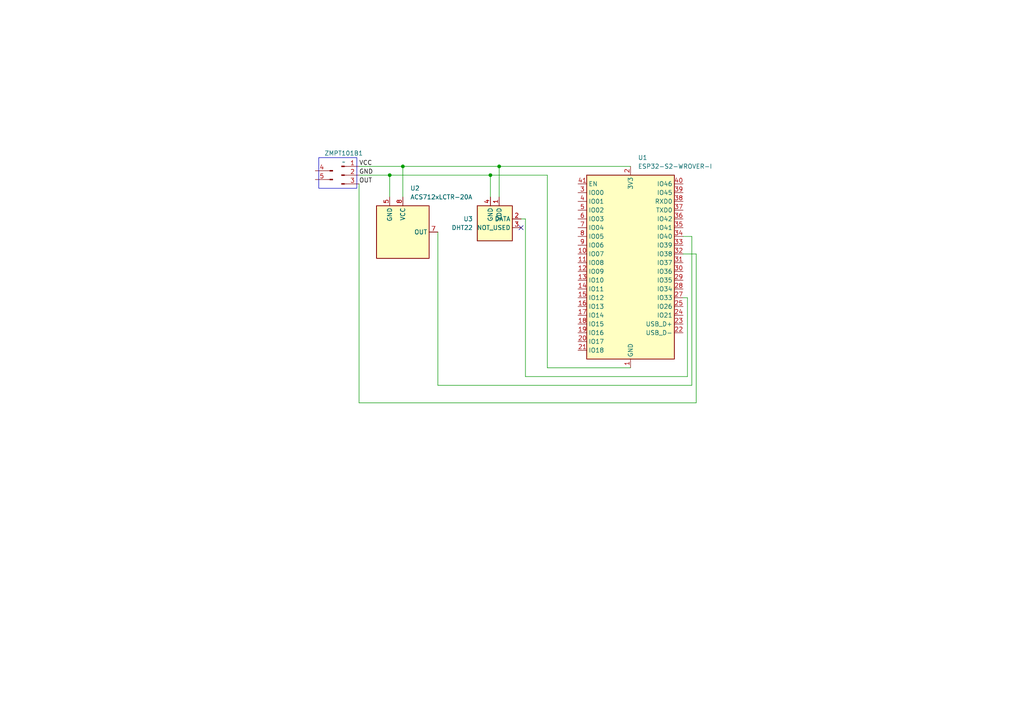
<source format=kicad_sch>
(kicad_sch (version 20250114) (generator "eeschema") (generator_version "9.0")
  (paper "A4")
  (lib_symbols
    (symbol "Connector:Conn_01x03_Pin" (pin_names (offset 1.016) (hide yes))
      (property "Reference" "ZMPT101B1" (at 0.635 6.35 0))
      (property "Value" "~" (at 0.635 3.81 0))
      (symbol "Conn_01x03_Pin_1_1"
        (polyline (pts (xy -3.81 1.27) (xy -3.4036 1.27)) (stroke (width 0.1524)))
        (polyline (pts (xy -3.81 -1.27) (xy -3.4036 -1.27)) (stroke (width 0.1524)))
        (rectangle (start -3.4036 1.143) (end -2.54 1.397) (stroke (width 0.1524)) (fill (type outline)))
        (rectangle (start -3.4036 -1.397) (end -2.54 -1.143) (stroke (width 0.1524)) (fill (type outline)))
        (rectangle (start 0.8636 2.667) (end 0 2.413) (stroke (width 0.1524)) (fill (type outline)))
        (rectangle (start 0.8636 0.127) (end 0 -0.127) (stroke (width 0.1524)) (fill (type outline)))
        (rectangle (start 0.8636 -2.413) (end 0 -2.667) (stroke (width 0.1524)) (fill (type outline)))
        (polyline (pts (xy 1.27 2.54) (xy 0.8636 2.54)) (stroke (width 0.1524)))
        (polyline (pts (xy 1.27 0) (xy 0.8636 0)) (stroke (width 0.1524)))
        (polyline (pts (xy 1.27 -2.54) (xy 0.8636 -2.54)) (stroke (width 0.1524)))
        (pin passive line (at -7.62 1.27 0) (length 3.81) (name "L") (number "4"))
        (pin passive line (at -7.62 -1.27 0) (length 3.81) (name "N") (number "5"))
        (pin power_in line (at 5.08 2.54 180) (length 3.81) (name "Pin_1") (number "1"))
        (pin power_in line (at 5.08 0 180) (length 3.81) (name "Pin_2") (number "2"))
        (pin output line (at 5.08 -2.54 180) (length 3.81) (name "Pin_3") (number "3"))
      )
    )
    (symbol "RF_Module:ESP32-S2-WROVER-I"
      (property "Reference" "U" (at -12.7 29.21 0))
      (property "Value" "ESP32-S2-WROVER-I" (at 2.54 29.21 0))
      (symbol "ESP32-S2-WROVER-I_0_1"
        (rectangle (start -12.7 27.94) (end 12.7 -25.4) (stroke (width 0.254)) (fill (type background)))
      )
      (symbol "ESP32-S2-WROVER-I_1_1"
        (pin input line (at -15.24 25.4 0) (length 2.54) (name "EN") (number "41"))
        (pin bidirectional line (at -15.24 22.86 0) (length 2.54) (name "IO00") (number "3"))
        (pin bidirectional line (at -15.24 20.32 0) (length 2.54) (name "IO01") (number "4"))
        (pin bidirectional line (at -15.24 17.78 0) (length 2.54) (name "IO02") (number "5"))
        (pin bidirectional line (at -15.24 15.24 0) (length 2.54) (name "IO03") (number "6"))
        (pin bidirectional line (at -15.24 12.7 0) (length 2.54) (name "IO04") (number "7"))
        (pin bidirectional line (at -15.24 10.16 0) (length 2.54) (name "IO05") (number "8"))
        (pin bidirectional line (at -15.24 7.62 0) (length 2.54) (name "IO06") (number "9"))
        (pin bidirectional line (at -15.24 5.08 0) (length 2.54) (name "IO07") (number "10"))
        (pin bidirectional line (at -15.24 2.54 0) (length 2.54) (name "IO08") (number "11"))
        (pin bidirectional line (at -15.24 0 0) (length 2.54) (name "IO09") (number "12"))
        (pin bidirectional line (at -15.24 -2.54 0) (length 2.54) (name "IO10") (number "13"))
        (pin bidirectional line (at -15.24 -5.08 0) (length 2.54) (name "IO11") (number "14"))
        (pin bidirectional line (at -15.24 -7.62 0) (length 2.54) (name "IO12") (number "15"))
        (pin bidirectional line (at -15.24 -10.16 0) (length 2.54) (name "IO13") (number "16"))
        (pin bidirectional line (at -15.24 -12.7 0) (length 2.54) (name "IO14") (number "17"))
        (pin bidirectional line (at -15.24 -15.24 0) (length 2.54) (name "IO15") (number "18"))
        (pin bidirectional line (at -15.24 -17.78 0) (length 2.54) (name "IO16") (number "19"))
        (pin bidirectional line (at -15.24 -20.32 0) (length 2.54) (name "IO17") (number "20"))
        (pin bidirectional line (at -15.24 -22.86 0) (length 2.54) (name "IO18") (number "21"))
        (pin power_in line (at 0 30.48 270) (length 2.54) (name "3V3") (number "2"))
        (pin power_in line (at 0 -27.94 90) (length 2.54) (name "GND") (number "1"))
        (pin passive line (at 0 -27.94 90) (length 2.54) (hide yes) (name "GND") (number "26"))
        (pin passive line (at 0 -27.94 90) (length 2.54) (hide yes) (name "GND") (number "42"))
        (pin passive line (at 0 -27.94 90) (length 2.54) (hide yes) (name "GND") (number "43"))
        (pin input line (at 15.24 25.4 180) (length 2.54) (name "IO46") (number "40"))
        (pin bidirectional line (at 15.24 22.86 180) (length 2.54) (name "IO45") (number "39"))
        (pin bidirectional line (at 15.24 20.32 180) (length 2.54) (name "RXD0") (number "38"))
        (pin bidirectional line (at 15.24 17.78 180) (length 2.54) (name "TXD0") (number "37"))
        (pin bidirectional line (at 15.24 15.24 180) (length 2.54) (name "IO42") (number "36"))
        (pin bidirectional line (at 15.24 12.7 180) (length 2.54) (name "IO41") (number "35"))
        (pin bidirectional line (at 15.24 10.16 180) (length 2.54) (name "IO40") (number "34"))
        (pin bidirectional line (at 15.24 7.62 180) (length 2.54) (name "IO39") (number "33"))
        (pin bidirectional line (at 15.24 5.08 180) (length 2.54) (name "IO38") (number "32"))
        (pin bidirectional line (at 15.24 2.54 180) (length 2.54) (name "IO37") (number "31"))
        (pin bidirectional line (at 15.24 0 180) (length 2.54) (name "IO36") (number "30"))
        (pin bidirectional line (at 15.24 -2.54 180) (length 2.54) (name "IO35") (number "29"))
        (pin bidirectional line (at 15.24 -5.08 180) (length 2.54) (name "IO34") (number "28"))
        (pin bidirectional line (at 15.24 -7.62 180) (length 2.54) (name "IO33") (number "27"))
        (pin bidirectional line (at 15.24 -10.16 180) (length 2.54) (name "IO26") (number "25"))
        (pin bidirectional line (at 15.24 -12.7 180) (length 2.54) (name "IO21") (number "24"))
        (pin bidirectional line (at 15.24 -15.24 180) (length 2.54) (name "USB_D+") (number "23"))
        (pin bidirectional line (at 15.24 -17.78 180) (length 2.54) (name "USB_D-") (number "22"))
      )
    )
    (symbol "Sensor:DHT11"
      (property "Reference" "U3" (at -6.35 1.2701 0))
      (property "Value" "DHT22" (at -6.35 -1.2699 0))
      (symbol "DHT11_0_1"
        (rectangle (start -5.08 5.08) (end 5.08 -5.08) (stroke (width 0.254)) (fill (type background)))
      )
      (symbol "DHT11_1_1"
        (pin no_connect line (at -5.08 0 0) (length 2.54) (hide yes) (name "NC") (number "3"))
        (pin power_in line (at -1.27 7.62 270) (length 2.54) (name "GND") (number "4"))
        (pin power_in line (at 1.27 7.62 270) (length 2.54) (name "VDD") (number "1"))
        (pin bidirectional line (at 7.62 1.27 180) (length 2.54) (name "DATA") (number "2"))
        (pin output line (at 7.62 -1.27 180) (length 2.54) (name "NOT_USED") (number "3"))
      )
    )
    (symbol "Sensor_Current:ACS712xLCTR-20A"
      (property "Reference" "U2" (at 2.1433 12.7 0))
      (property "Value" "ACS712xLCTR-20A" (at 2.1433 10.16 0))
      (symbol "ACS712xLCTR-20A_0_1"
        (rectangle (start -7.62 7.62) (end 7.62 -7.62) (stroke (width 0.254)) (fill (type background)))
      )
      (symbol "ACS712xLCTR-20A_1_1"
        (pin passive line (at -10.16 5.08 0) (length 2.54) (hide yes) (name "IP+") (number "2"))
        (pin passive line (at -10.16 -5.08 0) (length 2.54) (hide yes) (name "IP-") (number "4"))
        (pin power_in line (at -3.81 10.16 270) (length 2.54) (name "GND") (number "5"))
        (pin power_in line (at 0 10.16 270) (length 2.54) (name "VCC") (number "8"))
        (pin output line (at 10.16 0 180) (length 2.54) (name "OUT") (number "7"))
      )
    )
  )
  (rectangle (start 92.456 45.72) (end 103.505 54.61))
  (junction (at 144.78 48.26))
  (junction (at 113.03 50.8))
  (junction (at 116.84 48.26))
  (junction (at 142.24 50.8))
  (no_connect (at 151.13 66.04))
  (wire (pts (xy 158.75 106.68) (xy 182.88 106.68)))
  (wire (pts (xy 199.39 86.36) (xy 199.39 109.22)))
  (wire (pts (xy 158.75 50.8) (xy 158.75 106.68)))
  (wire (pts (xy 142.24 50.8) (xy 142.24 57.15)))
  (wire (pts (xy 127 111.76) (xy 127 67.31)))
  (wire (pts (xy 198.12 73.66) (xy 201.93 73.66)))
  (wire (pts (xy 142.24 50.8) (xy 158.75 50.8)))
  (wire (pts (xy 113.03 50.8) (xy 113.03 57.15)))
  (wire (pts (xy 116.84 48.26) (xy 144.78 48.26)))
  (wire (pts (xy 144.78 48.26) (xy 144.78 57.15)))
  (wire (pts (xy 104.14 50.8) (xy 113.03 50.8)))
  (wire (pts (xy 152.4 109.22) (xy 152.4 63.5)))
  (wire (pts (xy 198.12 68.58) (xy 200.66 68.58)))
  (wire (pts (xy 144.78 48.26) (xy 182.88 48.26)))
  (wire (pts (xy 199.39 109.22) (xy 152.4 109.22)))
  (wire (pts (xy 113.03 50.8) (xy 142.24 50.8)))
  (wire (pts (xy 104.14 48.26) (xy 116.84 48.26)))
  (wire (pts (xy 116.84 48.26) (xy 116.84 57.15)))
  (wire (pts (xy 201.93 73.66) (xy 201.93 116.84)))
  (wire (pts (xy 200.66 68.58) (xy 200.66 111.76)))
  (wire (pts (xy 198.12 86.36) (xy 199.39 86.36)))
  (wire (pts (xy 201.93 116.84) (xy 104.14 116.84)))
  (wire (pts (xy 152.4 63.5) (xy 151.13 63.5)))
  (wire (pts (xy 200.66 111.76) (xy 127 111.76)))
  (wire (pts (xy 104.14 53.34) (xy 104.14 116.84)))
  (label "VCC" (at 104.14 48.26 0))
  (label "OUT" (at 104.14 53.34 0))
  (label "GND" (at 104.14 50.8 0))
  (symbol (lib_id "Sensor_Current:ACS712xLCTR-20A") (at 116.84 67.31 0) (unit 1)
    (property "Reference" "U2" (at 118.9833 54.61 0) (effects (justify left)))
    (property "Value" "ACS712xLCTR-20A" (at 118.9833 57.15 0) (effects (justify left)))
    (property "Footprint" "Package_SO:SOIC-8_3.9x4.9mm_P1.27mm" (effects (hide yes)))
    (property "Datasheet" "http://www.allegromicro.com/~/media/Files/Datasheets/ACS712-Datasheet.ashx?la=en" (effects (hide yes)))
    (property "Description" "±20A Bidirectional Hall-Effect Current Sensor, +5.0V supply, 100mV/A, SOIC-8" (effects (hide yes)))
  )
  (symbol (lib_id "RF_Module:ESP32-S2-WROVER-I") (at 182.88 78.74 0) (unit 1)
    (property "Reference" "U1" (at 185.0233 45.72 0) (effects (justify left)))
    (property "Value" "ESP32-S2-WROVER-I" (at 185.0233 48.26 0) (effects (justify left)))
    (property "Footprint" "RF_Module:ESP32-S2-WROVER" (effects (hide yes)))
    (property "Datasheet" "https://www.espressif.com/sites/default/files/documentation/esp32-s2-wroom_esp32-s2-wroom-i_datasheet_en.pdf" (effects (hide yes)))
    (property "Description" "RF Module, ESP32-D0WDQ6 SoC, Wi-Fi 802.11b/g/n, 32-bit, 2.7-3.6V, onboard antenna, SMD" (effects (hide yes)))
  )
  (symbol (lib_id "Connector:Conn_01x03_Pin") (at 99.06 50.8 0) (unit 1)
    (property "Reference" "ZMPT101B1" (at 99.695 44.45 0))
    (property "Value" "~" (at 99.695 46.99 0))
    (property "Description" "Generic connector, single row, 01x03, script generated" (effects (hide yes)))
  )
  (symbol (lib_id "Sensor:DHT11") (at 143.51 64.77 0) (unit 1)
    (property "Reference" "U3" (at 137.16 63.4999 0) (effects (justify right)))
    (property "Value" "DHT22" (at 137.16 66.0399 0) (effects (justify right)))
    (property "Footprint" "Sensor:Aosong_DHT11_5.5x12.0_P2.54mm" (effects (hide yes)))
    (property "Datasheet" "http://akizukidenshi.com/download/ds/aosong/DHT11.pdf" (effects (hide yes)))
    (property "Description" "3.3V to 5.5V, temperature and humidity module, DHT11" (effects (hide yes)))
  )
)
</source>
